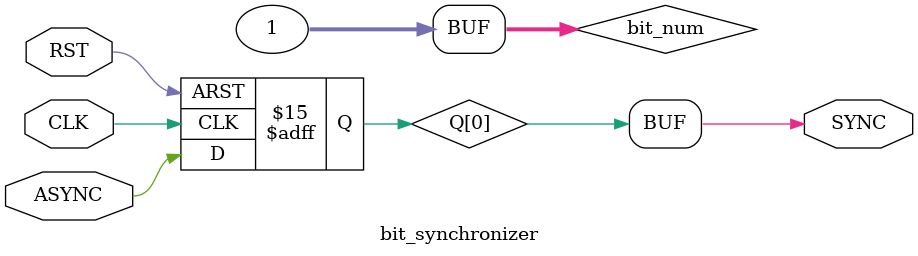
<source format=v>
module bit_synchronizer #(parameter BUS_WIDTH = 1, parameter NUM_STAGES = 1)
(
	input wire [BUS_WIDTH-1 : 0] ASYNC,
	input wire CLK,
	input wire RST,
	output reg [BUS_WIDTH-1 : 0] SYNC
);

	integer bit_num, stage_num;
	reg [NUM_STAGES-1 : 0] Q [BUS_WIDTH-1 : 0];

    /*
	        Q[0][0] = ASYNC[0];
	        Q[0][1] = ASYNC[1];
	        Q[0][2] = ASYNC[2];
	        .
	        .
	        .
	        Q[1][0] = Q[0][0];
	        Q[1][1] = Q[0][1];
	        Q[1][2] = Q[0][2];
	        Q[2][0] = Q[1][0];
	        Q[2][1] = Q[1][1];
	        Q[2][2] = Q[1][2];
	        .
	        .
	        .
            SYNC[0] = Q[NUM_STAGE-1][0]
            SYNC[1] = Q[NUM_STAGE-1][1]
            SYNC[2] = Q[NUM_STAGE-1][2]
            .
            .
            .
	    */

	always@(posedge CLK or negedge RST)
	begin
        if(!RST)
        begin
            for(bit_num = 0; bit_num < BUS_WIDTH; bit_num = bit_num + 1)
            begin
                Q[bit_num] <= 'd0;
            end
        end
        else
        begin
            for(bit_num = 0; bit_num < BUS_WIDTH; bit_num = bit_num + 1)
		    begin
			    Q[bit_num][0] <= ASYNC[bit_num];
		    end
	        for(stage_num = 1; stage_num < NUM_STAGES; stage_num = stage_num + 1)
	        begin
			    for(bit_num = 0; bit_num < BUS_WIDTH; bit_num = bit_num + 1)
			    begin
				    Q[bit_num][stage_num] <= Q[bit_num][stage_num - 1];
			    end
		    end
        end
	end

    always@(*)
    begin
        for(bit_num = 0; bit_num < BUS_WIDTH; bit_num = bit_num + 1)
        begin
          SYNC[bit_num] = Q[bit_num][NUM_STAGES - 1];  
        end
    end


endmodule

</source>
